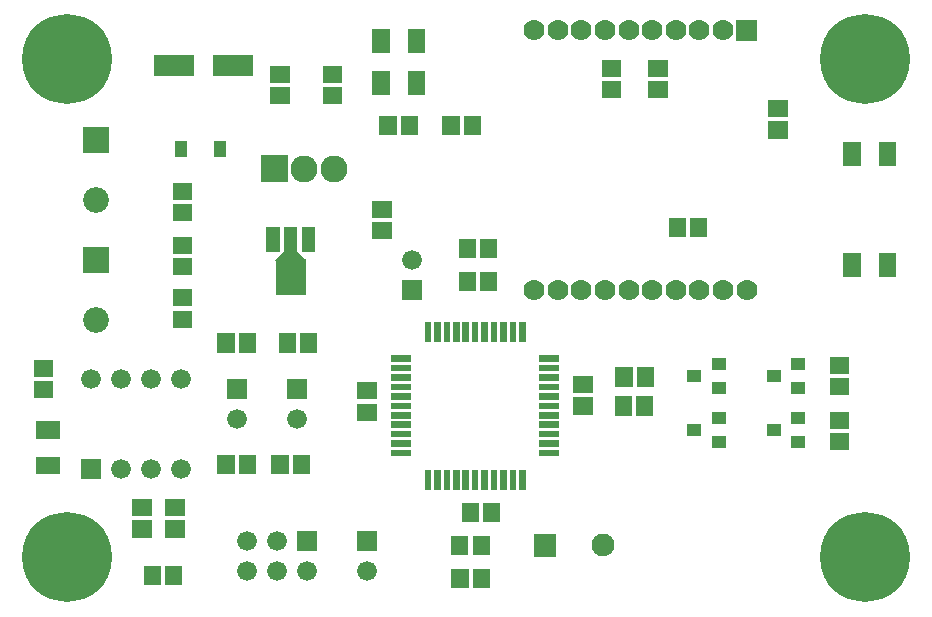
<source format=gbr>
G04 start of page 5 for group -4063 idx -4063 *
G04 Title: (unknown), componentmask *
G04 Creator: pcb 20110918 *
G04 CreationDate: Thu 28 Mar 2013 10:59:42 PM GMT UTC *
G04 For: railfan *
G04 Format: Gerber/RS-274X *
G04 PCB-Dimensions: 300000 200000 *
G04 PCB-Coordinate-Origin: lower left *
%MOIN*%
%FSLAX25Y25*%
%LNTOPMASK*%
%ADD78R,0.0400X0.0400*%
%ADD77R,0.1005X0.1005*%
%ADD76R,0.0438X0.0438*%
%ADD75R,0.0420X0.0420*%
%ADD74R,0.0690X0.0690*%
%ADD73R,0.0217X0.0217*%
%ADD72R,0.0572X0.0572*%
%ADD71C,0.0900*%
%ADD70C,0.0860*%
%ADD69C,0.0660*%
%ADD68C,0.0760*%
%ADD67C,0.0700*%
%ADD66C,0.0001*%
%ADD65C,0.2997*%
G54D65*X283000Y183000D03*
G54D66*G36*
X239996Y196114D02*Y189114D01*
X246996D01*
Y196114D01*
X239996D01*
G37*
G54D67*X235622Y192614D03*
X227748D03*
X219874D03*
X212000D03*
X204126D03*
X243496Y106000D03*
X235622D03*
X227748D03*
X219874D03*
X212000D03*
X204126D03*
G54D66*G36*
X172488Y24800D02*Y17200D01*
X180088D01*
Y24800D01*
X172488D01*
G37*
G54D68*X195500Y21000D03*
G54D66*G36*
X93700Y25800D02*Y19200D01*
X100300D01*
Y25800D01*
X93700D01*
G37*
G54D69*X87000Y22500D03*
X77000D03*
G54D66*G36*
X113700Y25800D02*Y19200D01*
X120300D01*
Y25800D01*
X113700D01*
G37*
G54D69*X97000Y12500D03*
G54D66*G36*
X90200Y76300D02*Y69700D01*
X96800D01*
Y76300D01*
X90200D01*
G37*
G54D69*X93500Y63000D03*
X87000Y12500D03*
X77000D03*
G54D66*G36*
X70200Y76300D02*Y69700D01*
X76800D01*
Y76300D01*
X70200D01*
G37*
G54D69*X73500Y63000D03*
G54D65*X283000Y17000D03*
G54D69*X117000Y12500D03*
G54D67*X196252Y192614D03*
X188378D03*
X180504D03*
X172630D03*
X196252Y106000D03*
X188378D03*
X180504D03*
G54D65*X17000Y17000D03*
G54D70*X26500Y96000D03*
G54D66*G36*
X21700Y49800D02*Y43200D01*
X28300D01*
Y49800D01*
X21700D01*
G37*
G54D69*X25000Y76500D03*
X35000Y46500D03*
Y76500D03*
X45000Y46500D03*
X55000D03*
Y76500D03*
X45000D03*
G54D67*X172630Y106000D03*
G54D66*G36*
X128700Y109300D02*Y102700D01*
X135300D01*
Y109300D01*
X128700D01*
G37*
G54D69*X132000Y116000D03*
G54D71*X106000Y146500D03*
X96000D03*
G54D66*G36*
X81500Y151000D02*Y142000D01*
X90500D01*
Y151000D01*
X81500D01*
G37*
G54D65*X17000Y183000D03*
G54D66*G36*
X22200Y120300D02*Y111700D01*
X30800D01*
Y120300D01*
X22200D01*
G37*
G36*
Y160300D02*Y151700D01*
X30800D01*
Y160300D01*
X22200D01*
G37*
G54D70*X26500Y136000D03*
G54D72*X151414Y32393D02*Y31607D01*
X158500Y32393D02*Y31607D01*
X155000Y21393D02*Y20607D01*
X147914Y21393D02*Y20607D01*
G54D73*X137252Y45028D02*Y40602D01*
X140401Y45028D02*Y40602D01*
X143551Y45028D02*Y40602D01*
X146700Y45028D02*Y40602D01*
X149850Y45028D02*Y40602D01*
G54D72*X155043Y10393D02*Y9607D01*
X147957Y10393D02*Y9607D01*
G54D73*X146701Y94398D02*Y89972D01*
X143552Y94398D02*Y89972D01*
X140402Y94398D02*Y89972D01*
X137252Y94398D02*Y89972D01*
X126102Y83248D02*X130528D01*
X126102Y80099D02*X130528D01*
X126102Y76949D02*X130528D01*
X126102Y73800D02*X130528D01*
G54D72*X116607Y72500D02*X117393D01*
X116607Y65414D02*X117393D01*
G54D73*X126102Y70650D02*X130528D01*
X126102Y67500D02*X130528D01*
X126102Y64351D02*X130528D01*
X126102Y61201D02*X130528D01*
X126102Y58052D02*X130528D01*
X126102Y54902D02*X130528D01*
X126102Y51752D02*X130528D01*
G54D72*X95043Y48393D02*Y47607D01*
X87957Y48393D02*Y47607D01*
X77043Y48393D02*Y47607D01*
X69957Y48393D02*Y47607D01*
X55107Y96414D02*X55893D01*
X55107Y103500D02*X55893D01*
X90457Y88893D02*Y88107D01*
X77043Y88893D02*Y88107D01*
X69957Y88893D02*Y88107D01*
X97543Y88893D02*Y88107D01*
X8650Y80000D02*X9436D01*
X8650Y72914D02*X9436D01*
X9319Y47638D02*X11681D01*
X9319Y59448D02*X11681D01*
X52607Y26457D02*X53393D01*
X52607Y33543D02*X53393D01*
X45457Y11350D02*Y10564D01*
X52543Y11350D02*Y10564D01*
X41607Y26457D02*X42393D01*
X41607Y33543D02*X42393D01*
X121595Y176181D02*Y173819D01*
X133405Y176181D02*Y173819D01*
X152043Y161393D02*Y160607D01*
X144957Y161393D02*Y160607D01*
X131043Y161393D02*Y160607D01*
X123957Y161393D02*Y160607D01*
X105107Y170957D02*X105893D01*
X105107Y178043D02*X105893D01*
X121595Y190181D02*Y187819D01*
X133405Y190181D02*Y187819D01*
G54D74*X69193Y181000D02*X75492D01*
G54D75*X67900Y153600D02*Y152400D01*
G54D74*X49508Y181000D02*X55807D01*
G54D75*X55000Y153600D02*Y152400D01*
G54D72*X87607Y170957D02*X88393D01*
X87607Y178043D02*X88393D01*
G54D73*X168748Y94398D02*Y89972D01*
X165599Y94398D02*Y89972D01*
X162449Y94398D02*Y89972D01*
X159300Y94398D02*Y89972D01*
X156150Y94398D02*Y89972D01*
X153000Y94398D02*Y89972D01*
X149851Y94398D02*Y89972D01*
G54D72*X157586Y120393D02*Y119607D01*
Y109393D02*Y108607D01*
X227543Y127393D02*Y126607D01*
X220457Y127393D02*Y126607D01*
X290405Y115681D02*Y113319D01*
X278595Y115681D02*Y113319D01*
X150500Y120393D02*Y119607D01*
X121607Y126000D02*X122393D01*
X121607Y133086D02*X122393D01*
X150500Y109393D02*Y108607D01*
G54D76*X97406Y124905D02*Y120811D01*
X91500Y124905D02*Y113095D01*
G54D77*Y111361D02*Y109471D01*
G54D66*G36*
X93385Y119350D02*X96649Y116086D01*
X94805Y114242D01*
X91541Y117506D01*
X93385Y119350D01*
G37*
G36*
X86351Y116086D02*X89615Y119350D01*
X91459Y117506D01*
X88195Y114242D01*
X86351Y116086D01*
G37*
G54D72*X55107Y114000D02*X55893D01*
X55107Y121086D02*X55893D01*
G54D76*X85594Y124905D02*Y120811D01*
G54D72*X55107Y139000D02*X55893D01*
X55107Y131914D02*X55893D01*
X213607Y172914D02*X214393D01*
X213607Y180000D02*X214393D01*
X198107Y172914D02*X198893D01*
X198107Y180000D02*X198893D01*
X253607Y159457D02*X254393D01*
X253607Y166543D02*X254393D01*
X290405Y152681D02*Y150319D01*
X278595Y152681D02*Y150319D01*
G54D73*X153000Y45028D02*Y40602D01*
X156149Y45028D02*Y40602D01*
X159299Y45028D02*Y40602D01*
X162448Y45028D02*Y40602D01*
X165598Y45028D02*Y40602D01*
X168748Y45028D02*Y40602D01*
X175472Y51752D02*X179898D01*
X175472Y54901D02*X179898D01*
X175472Y58051D02*X179898D01*
X175472Y61200D02*X179898D01*
X175472Y64350D02*X179898D01*
G54D78*X233900Y55600D02*X234500D01*
X260400D02*X261000D01*
X252200Y59500D02*X252800D01*
G54D72*X274107Y55500D02*X274893D01*
G54D78*X233900Y63400D02*X234500D01*
X260400D02*X261000D01*
G54D72*X274107Y62586D02*X274893D01*
G54D78*X225700Y59500D02*X226300D01*
G54D73*X175472Y67500D02*X179898D01*
X175472Y70649D02*X179898D01*
X175472Y73799D02*X179898D01*
X175472Y76948D02*X179898D01*
X175472Y80098D02*X179898D01*
X175472Y83248D02*X179898D01*
G54D72*X188607Y67457D02*X189393D01*
X202414Y67893D02*Y67107D01*
X209500Y67893D02*Y67107D01*
X188607Y74543D02*X189393D01*
X202601Y77575D02*Y76789D01*
X209687Y77575D02*Y76789D01*
G54D78*X260400Y73600D02*X261000D01*
X260400Y81400D02*X261000D01*
X252200Y77500D02*X252800D01*
G54D72*X274107Y81086D02*X274893D01*
X274107Y74000D02*X274893D01*
G54D78*X233900Y73600D02*X234500D01*
X233900Y81400D02*X234500D01*
X225700Y77500D02*X226300D01*
M02*

</source>
